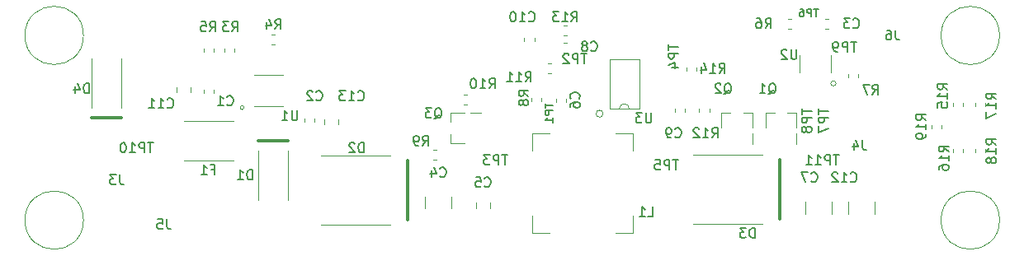
<source format=gbr>
%TF.GenerationSoftware,KiCad,Pcbnew,(5.1.6)-1*%
%TF.CreationDate,2020-08-13T11:00:50+03:00*%
%TF.ProjectId,Rechargeable 5V power bank REV 0.53,52656368-6172-4676-9561-626c65203556,rev?*%
%TF.SameCoordinates,Original*%
%TF.FileFunction,Legend,Bot*%
%TF.FilePolarity,Positive*%
%FSLAX46Y46*%
G04 Gerber Fmt 4.6, Leading zero omitted, Abs format (unit mm)*
G04 Created by KiCad (PCBNEW (5.1.6)-1) date 2020-08-13 11:00:50*
%MOMM*%
%LPD*%
G01*
G04 APERTURE LIST*
%ADD10C,0.120000*%
%ADD11C,0.300000*%
%ADD12C,0.150000*%
G04 APERTURE END LIST*
D10*
%TO.C,C13*%
X102110000Y-71638748D02*
X102110000Y-72161252D01*
X100690000Y-71638748D02*
X100690000Y-72161252D01*
%TO.C,C11*%
X85590000Y-68861252D02*
X85590000Y-68338748D01*
X87010000Y-68861252D02*
X87010000Y-68338748D01*
%TO.C,U1*%
X95000000Y-70260000D02*
X93476000Y-70260000D01*
X95000000Y-70260000D02*
X96500000Y-70260000D01*
X95000000Y-67040000D02*
X93500000Y-67040000D01*
X95000000Y-67040000D02*
X96500000Y-67040000D01*
X92470305Y-70428000D02*
G75*
G03*
X92470305Y-70428000I-200805J0D01*
G01*
%TO.C,C12*%
X157160000Y-80135436D02*
X157160000Y-81339564D01*
X154440000Y-80135436D02*
X154440000Y-81339564D01*
%TO.C,MH4*%
X170000000Y-82000000D02*
G75*
G03*
X170000000Y-82000000I-3000000J0D01*
G01*
%TO.C,MH3*%
X170000000Y-63000000D02*
G75*
G03*
X170000000Y-63000000I-3000000J0D01*
G01*
%TO.C,MH2*%
X76000000Y-82000000D02*
G75*
G03*
X76000000Y-82000000I-3000000J0D01*
G01*
%TO.C,MH1*%
X76000000Y-63000000D02*
G75*
G03*
X76000000Y-63000000I-3000000J0D01*
G01*
%TO.C,U3*%
X129319210Y-71048000D02*
G75*
G03*
X129319210Y-71048000I-359210J0D01*
G01*
X133024000Y-70540000D02*
X133024000Y-65460000D01*
X133024000Y-65460000D02*
X129976000Y-65460000D01*
X129976000Y-65460000D02*
X129976000Y-70540000D01*
X129976000Y-70540000D02*
X133024000Y-70540000D01*
X132008000Y-70540000D02*
G75*
G03*
X130992000Y-70540000I-508000J0D01*
G01*
%TO.C,U2*%
X153224408Y-67933907D02*
G75*
G03*
X153224408Y-67933907I-269408J0D01*
G01*
X149440000Y-66850000D02*
X149440000Y-65050000D01*
X152660000Y-65050000D02*
X152660000Y-66839000D01*
%TO.C,R19*%
X164010000Y-72203733D02*
X164010000Y-72546267D01*
X162990000Y-72203733D02*
X162990000Y-72546267D01*
%TO.C,R18*%
X167490000Y-75046267D02*
X167490000Y-74703733D01*
X168510000Y-75046267D02*
X168510000Y-74703733D01*
%TO.C,R17*%
X168510000Y-69953733D02*
X168510000Y-70296267D01*
X167490000Y-69953733D02*
X167490000Y-70296267D01*
%TO.C,R16*%
X166260000Y-74703733D02*
X166260000Y-75046267D01*
X165240000Y-74703733D02*
X165240000Y-75046267D01*
%TO.C,R15*%
X165240000Y-70296267D02*
X165240000Y-69953733D01*
X166260000Y-70296267D02*
X166260000Y-69953733D01*
%TO.C,R14*%
X138910000Y-66303733D02*
X138910000Y-66646267D01*
X137890000Y-66303733D02*
X137890000Y-66646267D01*
%TO.C,R13*%
X125596267Y-63010000D02*
X125253733Y-63010000D01*
X125596267Y-61990000D02*
X125253733Y-61990000D01*
%TO.C,R12*%
X139190000Y-70846267D02*
X139190000Y-70503733D01*
X140210000Y-70846267D02*
X140210000Y-70503733D01*
%TO.C,R11*%
X123653733Y-65890000D02*
X123996267Y-65890000D01*
X123653733Y-66910000D02*
X123996267Y-66910000D01*
%TO.C,R10*%
X115003733Y-69090000D02*
X115346267Y-69090000D01*
X115003733Y-70110000D02*
X115346267Y-70110000D01*
%TO.C,R9*%
X112196267Y-75810000D02*
X111853733Y-75810000D01*
X112196267Y-74790000D02*
X111853733Y-74790000D01*
%TO.C,R8*%
X121940000Y-69796267D02*
X121940000Y-69453733D01*
X122960000Y-69796267D02*
X122960000Y-69453733D01*
%TO.C,R7*%
X155510000Y-66953733D02*
X155510000Y-67296267D01*
X154490000Y-66953733D02*
X154490000Y-67296267D01*
%TO.C,R6*%
X148671267Y-62310000D02*
X148328733Y-62310000D01*
X148671267Y-61290000D02*
X148328733Y-61290000D01*
%TO.C,R5*%
X88340000Y-64671267D02*
X88340000Y-64328733D01*
X89360000Y-64671267D02*
X89360000Y-64328733D01*
%TO.C,R4*%
X95328733Y-62890000D02*
X95671267Y-62890000D01*
X95328733Y-63910000D02*
X95671267Y-63910000D01*
%TO.C,R3*%
X90490000Y-64671267D02*
X90490000Y-64328733D01*
X91510000Y-64671267D02*
X91510000Y-64328733D01*
%TO.C,Q3*%
X115733500Y-70962500D02*
X116813000Y-70970000D01*
X113640000Y-74130000D02*
X113640000Y-73200000D01*
X113640000Y-70970000D02*
X113640000Y-71900000D01*
X113640000Y-70970000D02*
X115098500Y-70970000D01*
X113640000Y-74130000D02*
X115100000Y-74130000D01*
%TO.C,Q2*%
X144637500Y-73083500D02*
X144630000Y-74163000D01*
X141470000Y-70990000D02*
X142400000Y-70990000D01*
X144630000Y-70990000D02*
X143700000Y-70990000D01*
X144630000Y-70990000D02*
X144630000Y-72448500D01*
X141470000Y-70990000D02*
X141470000Y-72450000D01*
%TO.C,Q1*%
X149137500Y-73083500D02*
X149130000Y-74163000D01*
X145970000Y-70990000D02*
X146900000Y-70990000D01*
X149130000Y-70990000D02*
X148200000Y-70990000D01*
X149130000Y-70990000D02*
X149130000Y-72448500D01*
X145970000Y-70990000D02*
X145970000Y-72450000D01*
%TO.C,L1*%
X132360000Y-83360000D02*
X130582000Y-83360000D01*
X132360000Y-83360000D02*
X132360000Y-81582000D01*
X132360000Y-73040000D02*
X132360000Y-74818000D01*
X132360000Y-73040000D02*
X130582000Y-73040000D01*
X122040000Y-73040000D02*
X123818000Y-73040000D01*
X122040000Y-73040000D02*
X122040000Y-74818000D01*
X122040000Y-83360000D02*
X122040000Y-81582000D01*
X122040000Y-83360000D02*
X123818000Y-83360000D01*
%TO.C,F1*%
X86335000Y-75832000D02*
X91415000Y-75832000D01*
X86335000Y-71768000D02*
X91415000Y-71768000D01*
D11*
%TO.C,D4*%
X79924000Y-71456000D02*
X76876000Y-71456000D01*
D10*
X76876000Y-70440000D02*
X76876000Y-65360000D01*
X79924000Y-70440000D02*
X79924000Y-65360000D01*
%TO.C,D3*%
X138544000Y-75244000D02*
X145656000Y-75244000D01*
X138544000Y-82356000D02*
X145656000Y-82356000D01*
D11*
X147434000Y-75752000D02*
X147434000Y-81848000D01*
D10*
%TO.C,D2*%
X100344000Y-75344000D02*
X107456000Y-75344000D01*
X100344000Y-82456000D02*
X107456000Y-82456000D01*
D11*
X109234000Y-75852000D02*
X109234000Y-81948000D01*
%TO.C,D1*%
X93976000Y-73844000D02*
X97024000Y-73844000D01*
D10*
X97024000Y-74860000D02*
X97024000Y-79940000D01*
X93976000Y-74860000D02*
X93976000Y-79940000D01*
%TO.C,C10*%
X122260000Y-63253733D02*
X122260000Y-63596267D01*
X121240000Y-63253733D02*
X121240000Y-63596267D01*
%TO.C,C9*%
X137710000Y-70503733D02*
X137710000Y-70846267D01*
X136690000Y-70503733D02*
X136690000Y-70846267D01*
%TO.C,C8*%
X125596267Y-64810000D02*
X125253733Y-64810000D01*
X125596267Y-63790000D02*
X125253733Y-63790000D01*
%TO.C,C7*%
X152760000Y-80135436D02*
X152760000Y-81339564D01*
X150040000Y-80135436D02*
X150040000Y-81339564D01*
%TO.C,C6*%
X124540000Y-69821267D02*
X124540000Y-69478733D01*
X125560000Y-69821267D02*
X125560000Y-69478733D01*
%TO.C,C5*%
X117710000Y-80213748D02*
X117710000Y-80736252D01*
X116290000Y-80213748D02*
X116290000Y-80736252D01*
%TO.C,C4*%
X113760000Y-79597936D02*
X113760000Y-80802064D01*
X111040000Y-79597936D02*
X111040000Y-80802064D01*
%TO.C,C3*%
X152103733Y-61290000D02*
X152446267Y-61290000D01*
X152103733Y-62310000D02*
X152446267Y-62310000D01*
%TO.C,C2*%
X98690000Y-71871267D02*
X98690000Y-71528733D01*
X99710000Y-71871267D02*
X99710000Y-71528733D01*
%TO.C,C1*%
X88340000Y-68896267D02*
X88340000Y-68553733D01*
X89360000Y-68896267D02*
X89360000Y-68553733D01*
%TO.C,C13*%
D12*
X104170857Y-69609142D02*
X104218476Y-69656761D01*
X104361333Y-69704380D01*
X104456571Y-69704380D01*
X104599428Y-69656761D01*
X104694666Y-69561523D01*
X104742285Y-69466285D01*
X104789904Y-69275809D01*
X104789904Y-69132952D01*
X104742285Y-68942476D01*
X104694666Y-68847238D01*
X104599428Y-68752000D01*
X104456571Y-68704380D01*
X104361333Y-68704380D01*
X104218476Y-68752000D01*
X104170857Y-68799619D01*
X103218476Y-69704380D02*
X103789904Y-69704380D01*
X103504190Y-69704380D02*
X103504190Y-68704380D01*
X103599428Y-68847238D01*
X103694666Y-68942476D01*
X103789904Y-68990095D01*
X102885142Y-68704380D02*
X102266095Y-68704380D01*
X102599428Y-69085333D01*
X102456571Y-69085333D01*
X102361333Y-69132952D01*
X102313714Y-69180571D01*
X102266095Y-69275809D01*
X102266095Y-69513904D01*
X102313714Y-69609142D01*
X102361333Y-69656761D01*
X102456571Y-69704380D01*
X102742285Y-69704380D01*
X102837523Y-69656761D01*
X102885142Y-69609142D01*
%TO.C,C11*%
X84612857Y-70371142D02*
X84660476Y-70418761D01*
X84803333Y-70466380D01*
X84898571Y-70466380D01*
X85041428Y-70418761D01*
X85136666Y-70323523D01*
X85184285Y-70228285D01*
X85231904Y-70037809D01*
X85231904Y-69894952D01*
X85184285Y-69704476D01*
X85136666Y-69609238D01*
X85041428Y-69514000D01*
X84898571Y-69466380D01*
X84803333Y-69466380D01*
X84660476Y-69514000D01*
X84612857Y-69561619D01*
X83660476Y-70466380D02*
X84231904Y-70466380D01*
X83946190Y-70466380D02*
X83946190Y-69466380D01*
X84041428Y-69609238D01*
X84136666Y-69704476D01*
X84231904Y-69752095D01*
X82708095Y-70466380D02*
X83279523Y-70466380D01*
X82993809Y-70466380D02*
X82993809Y-69466380D01*
X83089047Y-69609238D01*
X83184285Y-69704476D01*
X83279523Y-69752095D01*
%TO.C,U1*%
X97939904Y-70736380D02*
X97939904Y-71545904D01*
X97892285Y-71641142D01*
X97844666Y-71688761D01*
X97749428Y-71736380D01*
X97558952Y-71736380D01*
X97463714Y-71688761D01*
X97416095Y-71641142D01*
X97368476Y-71545904D01*
X97368476Y-70736380D01*
X96368476Y-71736380D02*
X96939904Y-71736380D01*
X96654190Y-71736380D02*
X96654190Y-70736380D01*
X96749428Y-70879238D01*
X96844666Y-70974476D01*
X96939904Y-71022095D01*
%TO.C,C12*%
X154716857Y-77991142D02*
X154764476Y-78038761D01*
X154907333Y-78086380D01*
X155002571Y-78086380D01*
X155145428Y-78038761D01*
X155240666Y-77943523D01*
X155288285Y-77848285D01*
X155335904Y-77657809D01*
X155335904Y-77514952D01*
X155288285Y-77324476D01*
X155240666Y-77229238D01*
X155145428Y-77134000D01*
X155002571Y-77086380D01*
X154907333Y-77086380D01*
X154764476Y-77134000D01*
X154716857Y-77181619D01*
X153764476Y-78086380D02*
X154335904Y-78086380D01*
X154050190Y-78086380D02*
X154050190Y-77086380D01*
X154145428Y-77229238D01*
X154240666Y-77324476D01*
X154335904Y-77372095D01*
X153383523Y-77181619D02*
X153335904Y-77134000D01*
X153240666Y-77086380D01*
X153002571Y-77086380D01*
X152907333Y-77134000D01*
X152859714Y-77181619D01*
X152812095Y-77276857D01*
X152812095Y-77372095D01*
X152859714Y-77514952D01*
X153431142Y-78086380D01*
X152812095Y-78086380D01*
%TO.C,U3*%
X134261904Y-70990380D02*
X134261904Y-71799904D01*
X134214285Y-71895142D01*
X134166666Y-71942761D01*
X134071428Y-71990380D01*
X133880952Y-71990380D01*
X133785714Y-71942761D01*
X133738095Y-71895142D01*
X133690476Y-71799904D01*
X133690476Y-70990380D01*
X133309523Y-70990380D02*
X132690476Y-70990380D01*
X133023809Y-71371333D01*
X132880952Y-71371333D01*
X132785714Y-71418952D01*
X132738095Y-71466571D01*
X132690476Y-71561809D01*
X132690476Y-71799904D01*
X132738095Y-71895142D01*
X132785714Y-71942761D01*
X132880952Y-71990380D01*
X133166666Y-71990380D01*
X133261904Y-71942761D01*
X133309523Y-71895142D01*
%TO.C,U2*%
X149161904Y-64452380D02*
X149161904Y-65261904D01*
X149114285Y-65357142D01*
X149066666Y-65404761D01*
X148971428Y-65452380D01*
X148780952Y-65452380D01*
X148685714Y-65404761D01*
X148638095Y-65357142D01*
X148590476Y-65261904D01*
X148590476Y-64452380D01*
X148161904Y-64547619D02*
X148114285Y-64500000D01*
X148019047Y-64452380D01*
X147780952Y-64452380D01*
X147685714Y-64500000D01*
X147638095Y-64547619D01*
X147590476Y-64642857D01*
X147590476Y-64738095D01*
X147638095Y-64880952D01*
X148209523Y-65452380D01*
X147590476Y-65452380D01*
%TO.C,TP11*%
X153526095Y-75308380D02*
X152954666Y-75308380D01*
X153240380Y-76308380D02*
X153240380Y-75308380D01*
X152621333Y-76308380D02*
X152621333Y-75308380D01*
X152240380Y-75308380D01*
X152145142Y-75356000D01*
X152097523Y-75403619D01*
X152049904Y-75498857D01*
X152049904Y-75641714D01*
X152097523Y-75736952D01*
X152145142Y-75784571D01*
X152240380Y-75832190D01*
X152621333Y-75832190D01*
X151097523Y-76308380D02*
X151668952Y-76308380D01*
X151383238Y-76308380D02*
X151383238Y-75308380D01*
X151478476Y-75451238D01*
X151573714Y-75546476D01*
X151668952Y-75594095D01*
X150145142Y-76308380D02*
X150716571Y-76308380D01*
X150430857Y-76308380D02*
X150430857Y-75308380D01*
X150526095Y-75451238D01*
X150621333Y-75546476D01*
X150716571Y-75594095D01*
%TO.C,TP10*%
X83168095Y-74038380D02*
X82596666Y-74038380D01*
X82882380Y-75038380D02*
X82882380Y-74038380D01*
X82263333Y-75038380D02*
X82263333Y-74038380D01*
X81882380Y-74038380D01*
X81787142Y-74086000D01*
X81739523Y-74133619D01*
X81691904Y-74228857D01*
X81691904Y-74371714D01*
X81739523Y-74466952D01*
X81787142Y-74514571D01*
X81882380Y-74562190D01*
X82263333Y-74562190D01*
X80739523Y-75038380D02*
X81310952Y-75038380D01*
X81025238Y-75038380D02*
X81025238Y-74038380D01*
X81120476Y-74181238D01*
X81215714Y-74276476D01*
X81310952Y-74324095D01*
X80120476Y-74038380D02*
X80025238Y-74038380D01*
X79930000Y-74086000D01*
X79882380Y-74133619D01*
X79834761Y-74228857D01*
X79787142Y-74419333D01*
X79787142Y-74657428D01*
X79834761Y-74847904D01*
X79882380Y-74943142D01*
X79930000Y-74990761D01*
X80025238Y-75038380D01*
X80120476Y-75038380D01*
X80215714Y-74990761D01*
X80263333Y-74943142D01*
X80310952Y-74847904D01*
X80358571Y-74657428D01*
X80358571Y-74419333D01*
X80310952Y-74228857D01*
X80263333Y-74133619D01*
X80215714Y-74086000D01*
X80120476Y-74038380D01*
%TO.C,TP9*%
X155315904Y-63683880D02*
X154744476Y-63683880D01*
X155030190Y-64683880D02*
X155030190Y-63683880D01*
X154411142Y-64683880D02*
X154411142Y-63683880D01*
X154030190Y-63683880D01*
X153934952Y-63731500D01*
X153887333Y-63779119D01*
X153839714Y-63874357D01*
X153839714Y-64017214D01*
X153887333Y-64112452D01*
X153934952Y-64160071D01*
X154030190Y-64207690D01*
X154411142Y-64207690D01*
X153363523Y-64683880D02*
X153173047Y-64683880D01*
X153077809Y-64636261D01*
X153030190Y-64588642D01*
X152934952Y-64445785D01*
X152887333Y-64255309D01*
X152887333Y-63874357D01*
X152934952Y-63779119D01*
X152982571Y-63731500D01*
X153077809Y-63683880D01*
X153268285Y-63683880D01*
X153363523Y-63731500D01*
X153411142Y-63779119D01*
X153458761Y-63874357D01*
X153458761Y-64112452D01*
X153411142Y-64207690D01*
X153363523Y-64255309D01*
X153268285Y-64302928D01*
X153077809Y-64302928D01*
X152982571Y-64255309D01*
X152934952Y-64207690D01*
X152887333Y-64112452D01*
%TO.C,TP8*%
X149716380Y-70530095D02*
X149716380Y-71101523D01*
X150716380Y-70815809D02*
X149716380Y-70815809D01*
X150716380Y-71434857D02*
X149716380Y-71434857D01*
X149716380Y-71815809D01*
X149764000Y-71911047D01*
X149811619Y-71958666D01*
X149906857Y-72006285D01*
X150049714Y-72006285D01*
X150144952Y-71958666D01*
X150192571Y-71911047D01*
X150240190Y-71815809D01*
X150240190Y-71434857D01*
X150144952Y-72577714D02*
X150097333Y-72482476D01*
X150049714Y-72434857D01*
X149954476Y-72387238D01*
X149906857Y-72387238D01*
X149811619Y-72434857D01*
X149764000Y-72482476D01*
X149716380Y-72577714D01*
X149716380Y-72768190D01*
X149764000Y-72863428D01*
X149811619Y-72911047D01*
X149906857Y-72958666D01*
X149954476Y-72958666D01*
X150049714Y-72911047D01*
X150097333Y-72863428D01*
X150144952Y-72768190D01*
X150144952Y-72577714D01*
X150192571Y-72482476D01*
X150240190Y-72434857D01*
X150335428Y-72387238D01*
X150525904Y-72387238D01*
X150621142Y-72434857D01*
X150668761Y-72482476D01*
X150716380Y-72577714D01*
X150716380Y-72768190D01*
X150668761Y-72863428D01*
X150621142Y-72911047D01*
X150525904Y-72958666D01*
X150335428Y-72958666D01*
X150240190Y-72911047D01*
X150192571Y-72863428D01*
X150144952Y-72768190D01*
%TO.C,TP7*%
X151452380Y-70538095D02*
X151452380Y-71109523D01*
X152452380Y-70823809D02*
X151452380Y-70823809D01*
X152452380Y-71442857D02*
X151452380Y-71442857D01*
X151452380Y-71823809D01*
X151500000Y-71919047D01*
X151547619Y-71966666D01*
X151642857Y-72014285D01*
X151785714Y-72014285D01*
X151880952Y-71966666D01*
X151928571Y-71919047D01*
X151976190Y-71823809D01*
X151976190Y-71442857D01*
X151452380Y-72347619D02*
X151452380Y-73014285D01*
X152452380Y-72585714D01*
%TO.C,TP6*%
X151409523Y-60261904D02*
X150952380Y-60261904D01*
X151180952Y-61061904D02*
X151180952Y-60261904D01*
X150685714Y-61061904D02*
X150685714Y-60261904D01*
X150380952Y-60261904D01*
X150304761Y-60300000D01*
X150266666Y-60338095D01*
X150228571Y-60414285D01*
X150228571Y-60528571D01*
X150266666Y-60604761D01*
X150304761Y-60642857D01*
X150380952Y-60680952D01*
X150685714Y-60680952D01*
X149542857Y-60261904D02*
X149695238Y-60261904D01*
X149771428Y-60300000D01*
X149809523Y-60338095D01*
X149885714Y-60452380D01*
X149923809Y-60604761D01*
X149923809Y-60909523D01*
X149885714Y-60985714D01*
X149847619Y-61023809D01*
X149771428Y-61061904D01*
X149619047Y-61061904D01*
X149542857Y-61023809D01*
X149504761Y-60985714D01*
X149466666Y-60909523D01*
X149466666Y-60719047D01*
X149504761Y-60642857D01*
X149542857Y-60604761D01*
X149619047Y-60566666D01*
X149771428Y-60566666D01*
X149847619Y-60604761D01*
X149885714Y-60642857D01*
X149923809Y-60719047D01*
%TO.C,TP5*%
X137047904Y-75816380D02*
X136476476Y-75816380D01*
X136762190Y-76816380D02*
X136762190Y-75816380D01*
X136143142Y-76816380D02*
X136143142Y-75816380D01*
X135762190Y-75816380D01*
X135666952Y-75864000D01*
X135619333Y-75911619D01*
X135571714Y-76006857D01*
X135571714Y-76149714D01*
X135619333Y-76244952D01*
X135666952Y-76292571D01*
X135762190Y-76340190D01*
X136143142Y-76340190D01*
X134666952Y-75816380D02*
X135143142Y-75816380D01*
X135190761Y-76292571D01*
X135143142Y-76244952D01*
X135047904Y-76197333D01*
X134809809Y-76197333D01*
X134714571Y-76244952D01*
X134666952Y-76292571D01*
X134619333Y-76387809D01*
X134619333Y-76625904D01*
X134666952Y-76721142D01*
X134714571Y-76768761D01*
X134809809Y-76816380D01*
X135047904Y-76816380D01*
X135143142Y-76768761D01*
X135190761Y-76721142D01*
%TO.C,TP4*%
X136052380Y-63938095D02*
X136052380Y-64509523D01*
X137052380Y-64223809D02*
X136052380Y-64223809D01*
X137052380Y-64842857D02*
X136052380Y-64842857D01*
X136052380Y-65223809D01*
X136100000Y-65319047D01*
X136147619Y-65366666D01*
X136242857Y-65414285D01*
X136385714Y-65414285D01*
X136480952Y-65366666D01*
X136528571Y-65319047D01*
X136576190Y-65223809D01*
X136576190Y-64842857D01*
X136385714Y-66271428D02*
X137052380Y-66271428D01*
X136004761Y-66033333D02*
X136719047Y-65795238D01*
X136719047Y-66414285D01*
%TO.C,TP3*%
X119521904Y-75308380D02*
X118950476Y-75308380D01*
X119236190Y-76308380D02*
X119236190Y-75308380D01*
X118617142Y-76308380D02*
X118617142Y-75308380D01*
X118236190Y-75308380D01*
X118140952Y-75356000D01*
X118093333Y-75403619D01*
X118045714Y-75498857D01*
X118045714Y-75641714D01*
X118093333Y-75736952D01*
X118140952Y-75784571D01*
X118236190Y-75832190D01*
X118617142Y-75832190D01*
X117712380Y-75308380D02*
X117093333Y-75308380D01*
X117426666Y-75689333D01*
X117283809Y-75689333D01*
X117188571Y-75736952D01*
X117140952Y-75784571D01*
X117093333Y-75879809D01*
X117093333Y-76117904D01*
X117140952Y-76213142D01*
X117188571Y-76260761D01*
X117283809Y-76308380D01*
X117569523Y-76308380D01*
X117664761Y-76260761D01*
X117712380Y-76213142D01*
%TO.C,TP2*%
X127649904Y-64894380D02*
X127078476Y-64894380D01*
X127364190Y-65894380D02*
X127364190Y-64894380D01*
X126745142Y-65894380D02*
X126745142Y-64894380D01*
X126364190Y-64894380D01*
X126268952Y-64942000D01*
X126221333Y-64989619D01*
X126173714Y-65084857D01*
X126173714Y-65227714D01*
X126221333Y-65322952D01*
X126268952Y-65370571D01*
X126364190Y-65418190D01*
X126745142Y-65418190D01*
X125792761Y-64989619D02*
X125745142Y-64942000D01*
X125649904Y-64894380D01*
X125411809Y-64894380D01*
X125316571Y-64942000D01*
X125268952Y-64989619D01*
X125221333Y-65084857D01*
X125221333Y-65180095D01*
X125268952Y-65322952D01*
X125840380Y-65894380D01*
X125221333Y-65894380D01*
%TO.C,TP1*%
X123361904Y-69990476D02*
X123361904Y-70447619D01*
X124161904Y-70219047D02*
X123361904Y-70219047D01*
X124161904Y-70714285D02*
X123361904Y-70714285D01*
X123361904Y-71019047D01*
X123400000Y-71095238D01*
X123438095Y-71133333D01*
X123514285Y-71171428D01*
X123628571Y-71171428D01*
X123704761Y-71133333D01*
X123742857Y-71095238D01*
X123780952Y-71019047D01*
X123780952Y-70714285D01*
X124161904Y-71933333D02*
X124161904Y-71476190D01*
X124161904Y-71704761D02*
X123361904Y-71704761D01*
X123476190Y-71628571D01*
X123552380Y-71552380D01*
X123590476Y-71476190D01*
%TO.C,R19*%
X162452380Y-71732142D02*
X161976190Y-71398809D01*
X162452380Y-71160714D02*
X161452380Y-71160714D01*
X161452380Y-71541666D01*
X161500000Y-71636904D01*
X161547619Y-71684523D01*
X161642857Y-71732142D01*
X161785714Y-71732142D01*
X161880952Y-71684523D01*
X161928571Y-71636904D01*
X161976190Y-71541666D01*
X161976190Y-71160714D01*
X162452380Y-72684523D02*
X162452380Y-72113095D01*
X162452380Y-72398809D02*
X161452380Y-72398809D01*
X161595238Y-72303571D01*
X161690476Y-72208333D01*
X161738095Y-72113095D01*
X162452380Y-73160714D02*
X162452380Y-73351190D01*
X162404761Y-73446428D01*
X162357142Y-73494047D01*
X162214285Y-73589285D01*
X162023809Y-73636904D01*
X161642857Y-73636904D01*
X161547619Y-73589285D01*
X161500000Y-73541666D01*
X161452380Y-73446428D01*
X161452380Y-73255952D01*
X161500000Y-73160714D01*
X161547619Y-73113095D01*
X161642857Y-73065476D01*
X161880952Y-73065476D01*
X161976190Y-73113095D01*
X162023809Y-73160714D01*
X162071428Y-73255952D01*
X162071428Y-73446428D01*
X162023809Y-73541666D01*
X161976190Y-73589285D01*
X161880952Y-73636904D01*
%TO.C,R18*%
X169652380Y-74232142D02*
X169176190Y-73898809D01*
X169652380Y-73660714D02*
X168652380Y-73660714D01*
X168652380Y-74041666D01*
X168700000Y-74136904D01*
X168747619Y-74184523D01*
X168842857Y-74232142D01*
X168985714Y-74232142D01*
X169080952Y-74184523D01*
X169128571Y-74136904D01*
X169176190Y-74041666D01*
X169176190Y-73660714D01*
X169652380Y-75184523D02*
X169652380Y-74613095D01*
X169652380Y-74898809D02*
X168652380Y-74898809D01*
X168795238Y-74803571D01*
X168890476Y-74708333D01*
X168938095Y-74613095D01*
X169080952Y-75755952D02*
X169033333Y-75660714D01*
X168985714Y-75613095D01*
X168890476Y-75565476D01*
X168842857Y-75565476D01*
X168747619Y-75613095D01*
X168700000Y-75660714D01*
X168652380Y-75755952D01*
X168652380Y-75946428D01*
X168700000Y-76041666D01*
X168747619Y-76089285D01*
X168842857Y-76136904D01*
X168890476Y-76136904D01*
X168985714Y-76089285D01*
X169033333Y-76041666D01*
X169080952Y-75946428D01*
X169080952Y-75755952D01*
X169128571Y-75660714D01*
X169176190Y-75613095D01*
X169271428Y-75565476D01*
X169461904Y-75565476D01*
X169557142Y-75613095D01*
X169604761Y-75660714D01*
X169652380Y-75755952D01*
X169652380Y-75946428D01*
X169604761Y-76041666D01*
X169557142Y-76089285D01*
X169461904Y-76136904D01*
X169271428Y-76136904D01*
X169176190Y-76089285D01*
X169128571Y-76041666D01*
X169080952Y-75946428D01*
%TO.C,R17*%
X169652380Y-69557142D02*
X169176190Y-69223809D01*
X169652380Y-68985714D02*
X168652380Y-68985714D01*
X168652380Y-69366666D01*
X168700000Y-69461904D01*
X168747619Y-69509523D01*
X168842857Y-69557142D01*
X168985714Y-69557142D01*
X169080952Y-69509523D01*
X169128571Y-69461904D01*
X169176190Y-69366666D01*
X169176190Y-68985714D01*
X169652380Y-70509523D02*
X169652380Y-69938095D01*
X169652380Y-70223809D02*
X168652380Y-70223809D01*
X168795238Y-70128571D01*
X168890476Y-70033333D01*
X168938095Y-69938095D01*
X168652380Y-70842857D02*
X168652380Y-71509523D01*
X169652380Y-71080952D01*
%TO.C,R16*%
X164772380Y-74957142D02*
X164296190Y-74623809D01*
X164772380Y-74385714D02*
X163772380Y-74385714D01*
X163772380Y-74766666D01*
X163820000Y-74861904D01*
X163867619Y-74909523D01*
X163962857Y-74957142D01*
X164105714Y-74957142D01*
X164200952Y-74909523D01*
X164248571Y-74861904D01*
X164296190Y-74766666D01*
X164296190Y-74385714D01*
X164772380Y-75909523D02*
X164772380Y-75338095D01*
X164772380Y-75623809D02*
X163772380Y-75623809D01*
X163915238Y-75528571D01*
X164010476Y-75433333D01*
X164058095Y-75338095D01*
X163772380Y-76766666D02*
X163772380Y-76576190D01*
X163820000Y-76480952D01*
X163867619Y-76433333D01*
X164010476Y-76338095D01*
X164200952Y-76290476D01*
X164581904Y-76290476D01*
X164677142Y-76338095D01*
X164724761Y-76385714D01*
X164772380Y-76480952D01*
X164772380Y-76671428D01*
X164724761Y-76766666D01*
X164677142Y-76814285D01*
X164581904Y-76861904D01*
X164343809Y-76861904D01*
X164248571Y-76814285D01*
X164200952Y-76766666D01*
X164153333Y-76671428D01*
X164153333Y-76480952D01*
X164200952Y-76385714D01*
X164248571Y-76338095D01*
X164343809Y-76290476D01*
%TO.C,R15*%
X164652380Y-68557142D02*
X164176190Y-68223809D01*
X164652380Y-67985714D02*
X163652380Y-67985714D01*
X163652380Y-68366666D01*
X163700000Y-68461904D01*
X163747619Y-68509523D01*
X163842857Y-68557142D01*
X163985714Y-68557142D01*
X164080952Y-68509523D01*
X164128571Y-68461904D01*
X164176190Y-68366666D01*
X164176190Y-67985714D01*
X164652380Y-69509523D02*
X164652380Y-68938095D01*
X164652380Y-69223809D02*
X163652380Y-69223809D01*
X163795238Y-69128571D01*
X163890476Y-69033333D01*
X163938095Y-68938095D01*
X163652380Y-70414285D02*
X163652380Y-69938095D01*
X164128571Y-69890476D01*
X164080952Y-69938095D01*
X164033333Y-70033333D01*
X164033333Y-70271428D01*
X164080952Y-70366666D01*
X164128571Y-70414285D01*
X164223809Y-70461904D01*
X164461904Y-70461904D01*
X164557142Y-70414285D01*
X164604761Y-70366666D01*
X164652380Y-70271428D01*
X164652380Y-70033333D01*
X164604761Y-69938095D01*
X164557142Y-69890476D01*
%TO.C,R14*%
X141242857Y-66852380D02*
X141576190Y-66376190D01*
X141814285Y-66852380D02*
X141814285Y-65852380D01*
X141433333Y-65852380D01*
X141338095Y-65900000D01*
X141290476Y-65947619D01*
X141242857Y-66042857D01*
X141242857Y-66185714D01*
X141290476Y-66280952D01*
X141338095Y-66328571D01*
X141433333Y-66376190D01*
X141814285Y-66376190D01*
X140290476Y-66852380D02*
X140861904Y-66852380D01*
X140576190Y-66852380D02*
X140576190Y-65852380D01*
X140671428Y-65995238D01*
X140766666Y-66090476D01*
X140861904Y-66138095D01*
X139433333Y-66185714D02*
X139433333Y-66852380D01*
X139671428Y-65804761D02*
X139909523Y-66519047D01*
X139290476Y-66519047D01*
%TO.C,R13*%
X126067857Y-61576380D02*
X126401190Y-61100190D01*
X126639285Y-61576380D02*
X126639285Y-60576380D01*
X126258333Y-60576380D01*
X126163095Y-60624000D01*
X126115476Y-60671619D01*
X126067857Y-60766857D01*
X126067857Y-60909714D01*
X126115476Y-61004952D01*
X126163095Y-61052571D01*
X126258333Y-61100190D01*
X126639285Y-61100190D01*
X125115476Y-61576380D02*
X125686904Y-61576380D01*
X125401190Y-61576380D02*
X125401190Y-60576380D01*
X125496428Y-60719238D01*
X125591666Y-60814476D01*
X125686904Y-60862095D01*
X124782142Y-60576380D02*
X124163095Y-60576380D01*
X124496428Y-60957333D01*
X124353571Y-60957333D01*
X124258333Y-61004952D01*
X124210714Y-61052571D01*
X124163095Y-61147809D01*
X124163095Y-61385904D01*
X124210714Y-61481142D01*
X124258333Y-61528761D01*
X124353571Y-61576380D01*
X124639285Y-61576380D01*
X124734523Y-61528761D01*
X124782142Y-61481142D01*
%TO.C,R12*%
X140492857Y-73514380D02*
X140826190Y-73038190D01*
X141064285Y-73514380D02*
X141064285Y-72514380D01*
X140683333Y-72514380D01*
X140588095Y-72562000D01*
X140540476Y-72609619D01*
X140492857Y-72704857D01*
X140492857Y-72847714D01*
X140540476Y-72942952D01*
X140588095Y-72990571D01*
X140683333Y-73038190D01*
X141064285Y-73038190D01*
X139540476Y-73514380D02*
X140111904Y-73514380D01*
X139826190Y-73514380D02*
X139826190Y-72514380D01*
X139921428Y-72657238D01*
X140016666Y-72752476D01*
X140111904Y-72800095D01*
X139159523Y-72609619D02*
X139111904Y-72562000D01*
X139016666Y-72514380D01*
X138778571Y-72514380D01*
X138683333Y-72562000D01*
X138635714Y-72609619D01*
X138588095Y-72704857D01*
X138588095Y-72800095D01*
X138635714Y-72942952D01*
X139207142Y-73514380D01*
X138588095Y-73514380D01*
%TO.C,R11*%
X121342857Y-67752380D02*
X121676190Y-67276190D01*
X121914285Y-67752380D02*
X121914285Y-66752380D01*
X121533333Y-66752380D01*
X121438095Y-66800000D01*
X121390476Y-66847619D01*
X121342857Y-66942857D01*
X121342857Y-67085714D01*
X121390476Y-67180952D01*
X121438095Y-67228571D01*
X121533333Y-67276190D01*
X121914285Y-67276190D01*
X120390476Y-67752380D02*
X120961904Y-67752380D01*
X120676190Y-67752380D02*
X120676190Y-66752380D01*
X120771428Y-66895238D01*
X120866666Y-66990476D01*
X120961904Y-67038095D01*
X119438095Y-67752380D02*
X120009523Y-67752380D01*
X119723809Y-67752380D02*
X119723809Y-66752380D01*
X119819047Y-66895238D01*
X119914285Y-66990476D01*
X120009523Y-67038095D01*
%TO.C,R10*%
X117632857Y-68434380D02*
X117966190Y-67958190D01*
X118204285Y-68434380D02*
X118204285Y-67434380D01*
X117823333Y-67434380D01*
X117728095Y-67482000D01*
X117680476Y-67529619D01*
X117632857Y-67624857D01*
X117632857Y-67767714D01*
X117680476Y-67862952D01*
X117728095Y-67910571D01*
X117823333Y-67958190D01*
X118204285Y-67958190D01*
X116680476Y-68434380D02*
X117251904Y-68434380D01*
X116966190Y-68434380D02*
X116966190Y-67434380D01*
X117061428Y-67577238D01*
X117156666Y-67672476D01*
X117251904Y-67720095D01*
X116061428Y-67434380D02*
X115966190Y-67434380D01*
X115870952Y-67482000D01*
X115823333Y-67529619D01*
X115775714Y-67624857D01*
X115728095Y-67815333D01*
X115728095Y-68053428D01*
X115775714Y-68243904D01*
X115823333Y-68339142D01*
X115870952Y-68386761D01*
X115966190Y-68434380D01*
X116061428Y-68434380D01*
X116156666Y-68386761D01*
X116204285Y-68339142D01*
X116251904Y-68243904D01*
X116299523Y-68053428D01*
X116299523Y-67815333D01*
X116251904Y-67624857D01*
X116204285Y-67529619D01*
X116156666Y-67482000D01*
X116061428Y-67434380D01*
%TO.C,R9*%
X110806666Y-74322380D02*
X111140000Y-73846190D01*
X111378095Y-74322380D02*
X111378095Y-73322380D01*
X110997142Y-73322380D01*
X110901904Y-73370000D01*
X110854285Y-73417619D01*
X110806666Y-73512857D01*
X110806666Y-73655714D01*
X110854285Y-73750952D01*
X110901904Y-73798571D01*
X110997142Y-73846190D01*
X111378095Y-73846190D01*
X110330476Y-74322380D02*
X110140000Y-74322380D01*
X110044761Y-74274761D01*
X109997142Y-74227142D01*
X109901904Y-74084285D01*
X109854285Y-73893809D01*
X109854285Y-73512857D01*
X109901904Y-73417619D01*
X109949523Y-73370000D01*
X110044761Y-73322380D01*
X110235238Y-73322380D01*
X110330476Y-73370000D01*
X110378095Y-73417619D01*
X110425714Y-73512857D01*
X110425714Y-73750952D01*
X110378095Y-73846190D01*
X110330476Y-73893809D01*
X110235238Y-73941428D01*
X110044761Y-73941428D01*
X109949523Y-73893809D01*
X109901904Y-73846190D01*
X109854285Y-73750952D01*
%TO.C,R8*%
X121652380Y-69233333D02*
X121176190Y-68900000D01*
X121652380Y-68661904D02*
X120652380Y-68661904D01*
X120652380Y-69042857D01*
X120700000Y-69138095D01*
X120747619Y-69185714D01*
X120842857Y-69233333D01*
X120985714Y-69233333D01*
X121080952Y-69185714D01*
X121128571Y-69138095D01*
X121176190Y-69042857D01*
X121176190Y-68661904D01*
X121080952Y-69804761D02*
X121033333Y-69709523D01*
X120985714Y-69661904D01*
X120890476Y-69614285D01*
X120842857Y-69614285D01*
X120747619Y-69661904D01*
X120700000Y-69709523D01*
X120652380Y-69804761D01*
X120652380Y-69995238D01*
X120700000Y-70090476D01*
X120747619Y-70138095D01*
X120842857Y-70185714D01*
X120890476Y-70185714D01*
X120985714Y-70138095D01*
X121033333Y-70090476D01*
X121080952Y-69995238D01*
X121080952Y-69804761D01*
X121128571Y-69709523D01*
X121176190Y-69661904D01*
X121271428Y-69614285D01*
X121461904Y-69614285D01*
X121557142Y-69661904D01*
X121604761Y-69709523D01*
X121652380Y-69804761D01*
X121652380Y-69995238D01*
X121604761Y-70090476D01*
X121557142Y-70138095D01*
X121461904Y-70185714D01*
X121271428Y-70185714D01*
X121176190Y-70138095D01*
X121128571Y-70090476D01*
X121080952Y-69995238D01*
%TO.C,R7*%
X156966666Y-69052380D02*
X157300000Y-68576190D01*
X157538095Y-69052380D02*
X157538095Y-68052380D01*
X157157142Y-68052380D01*
X157061904Y-68100000D01*
X157014285Y-68147619D01*
X156966666Y-68242857D01*
X156966666Y-68385714D01*
X157014285Y-68480952D01*
X157061904Y-68528571D01*
X157157142Y-68576190D01*
X157538095Y-68576190D01*
X156633333Y-68052380D02*
X155966666Y-68052380D01*
X156395238Y-69052380D01*
%TO.C,R6*%
X145966666Y-62252380D02*
X146300000Y-61776190D01*
X146538095Y-62252380D02*
X146538095Y-61252380D01*
X146157142Y-61252380D01*
X146061904Y-61300000D01*
X146014285Y-61347619D01*
X145966666Y-61442857D01*
X145966666Y-61585714D01*
X146014285Y-61680952D01*
X146061904Y-61728571D01*
X146157142Y-61776190D01*
X146538095Y-61776190D01*
X145109523Y-61252380D02*
X145300000Y-61252380D01*
X145395238Y-61300000D01*
X145442857Y-61347619D01*
X145538095Y-61490476D01*
X145585714Y-61680952D01*
X145585714Y-62061904D01*
X145538095Y-62157142D01*
X145490476Y-62204761D01*
X145395238Y-62252380D01*
X145204761Y-62252380D01*
X145109523Y-62204761D01*
X145061904Y-62157142D01*
X145014285Y-62061904D01*
X145014285Y-61823809D01*
X145061904Y-61728571D01*
X145109523Y-61680952D01*
X145204761Y-61633333D01*
X145395238Y-61633333D01*
X145490476Y-61680952D01*
X145538095Y-61728571D01*
X145585714Y-61823809D01*
%TO.C,R5*%
X88962666Y-62592380D02*
X89296000Y-62116190D01*
X89534095Y-62592380D02*
X89534095Y-61592380D01*
X89153142Y-61592380D01*
X89057904Y-61640000D01*
X89010285Y-61687619D01*
X88962666Y-61782857D01*
X88962666Y-61925714D01*
X89010285Y-62020952D01*
X89057904Y-62068571D01*
X89153142Y-62116190D01*
X89534095Y-62116190D01*
X88057904Y-61592380D02*
X88534095Y-61592380D01*
X88581714Y-62068571D01*
X88534095Y-62020952D01*
X88438857Y-61973333D01*
X88200761Y-61973333D01*
X88105523Y-62020952D01*
X88057904Y-62068571D01*
X88010285Y-62163809D01*
X88010285Y-62401904D01*
X88057904Y-62497142D01*
X88105523Y-62544761D01*
X88200761Y-62592380D01*
X88438857Y-62592380D01*
X88534095Y-62544761D01*
X88581714Y-62497142D01*
%TO.C,R4*%
X95666666Y-62338380D02*
X96000000Y-61862190D01*
X96238095Y-62338380D02*
X96238095Y-61338380D01*
X95857142Y-61338380D01*
X95761904Y-61386000D01*
X95714285Y-61433619D01*
X95666666Y-61528857D01*
X95666666Y-61671714D01*
X95714285Y-61766952D01*
X95761904Y-61814571D01*
X95857142Y-61862190D01*
X96238095Y-61862190D01*
X94809523Y-61671714D02*
X94809523Y-62338380D01*
X95047619Y-61290761D02*
X95285714Y-62005047D01*
X94666666Y-62005047D01*
%TO.C,R3*%
X91248666Y-62592380D02*
X91582000Y-62116190D01*
X91820095Y-62592380D02*
X91820095Y-61592380D01*
X91439142Y-61592380D01*
X91343904Y-61640000D01*
X91296285Y-61687619D01*
X91248666Y-61782857D01*
X91248666Y-61925714D01*
X91296285Y-62020952D01*
X91343904Y-62068571D01*
X91439142Y-62116190D01*
X91820095Y-62116190D01*
X90915333Y-61592380D02*
X90296285Y-61592380D01*
X90629619Y-61973333D01*
X90486761Y-61973333D01*
X90391523Y-62020952D01*
X90343904Y-62068571D01*
X90296285Y-62163809D01*
X90296285Y-62401904D01*
X90343904Y-62497142D01*
X90391523Y-62544761D01*
X90486761Y-62592380D01*
X90772476Y-62592380D01*
X90867714Y-62544761D01*
X90915333Y-62497142D01*
%TO.C,Q3*%
X112005238Y-71577619D02*
X112100476Y-71530000D01*
X112195714Y-71434761D01*
X112338571Y-71291904D01*
X112433809Y-71244285D01*
X112529047Y-71244285D01*
X112481428Y-71482380D02*
X112576666Y-71434761D01*
X112671904Y-71339523D01*
X112719523Y-71149047D01*
X112719523Y-70815714D01*
X112671904Y-70625238D01*
X112576666Y-70530000D01*
X112481428Y-70482380D01*
X112290952Y-70482380D01*
X112195714Y-70530000D01*
X112100476Y-70625238D01*
X112052857Y-70815714D01*
X112052857Y-71149047D01*
X112100476Y-71339523D01*
X112195714Y-71434761D01*
X112290952Y-71482380D01*
X112481428Y-71482380D01*
X111719523Y-70482380D02*
X111100476Y-70482380D01*
X111433809Y-70863333D01*
X111290952Y-70863333D01*
X111195714Y-70910952D01*
X111148095Y-70958571D01*
X111100476Y-71053809D01*
X111100476Y-71291904D01*
X111148095Y-71387142D01*
X111195714Y-71434761D01*
X111290952Y-71482380D01*
X111576666Y-71482380D01*
X111671904Y-71434761D01*
X111719523Y-71387142D01*
%TO.C,Q2*%
X141723238Y-69037619D02*
X141818476Y-68990000D01*
X141913714Y-68894761D01*
X142056571Y-68751904D01*
X142151809Y-68704285D01*
X142247047Y-68704285D01*
X142199428Y-68942380D02*
X142294666Y-68894761D01*
X142389904Y-68799523D01*
X142437523Y-68609047D01*
X142437523Y-68275714D01*
X142389904Y-68085238D01*
X142294666Y-67990000D01*
X142199428Y-67942380D01*
X142008952Y-67942380D01*
X141913714Y-67990000D01*
X141818476Y-68085238D01*
X141770857Y-68275714D01*
X141770857Y-68609047D01*
X141818476Y-68799523D01*
X141913714Y-68894761D01*
X142008952Y-68942380D01*
X142199428Y-68942380D01*
X141389904Y-68037619D02*
X141342285Y-67990000D01*
X141247047Y-67942380D01*
X141008952Y-67942380D01*
X140913714Y-67990000D01*
X140866095Y-68037619D01*
X140818476Y-68132857D01*
X140818476Y-68228095D01*
X140866095Y-68370952D01*
X141437523Y-68942380D01*
X140818476Y-68942380D01*
%TO.C,Q1*%
X146295238Y-69037619D02*
X146390476Y-68990000D01*
X146485714Y-68894761D01*
X146628571Y-68751904D01*
X146723809Y-68704285D01*
X146819047Y-68704285D01*
X146771428Y-68942380D02*
X146866666Y-68894761D01*
X146961904Y-68799523D01*
X147009523Y-68609047D01*
X147009523Y-68275714D01*
X146961904Y-68085238D01*
X146866666Y-67990000D01*
X146771428Y-67942380D01*
X146580952Y-67942380D01*
X146485714Y-67990000D01*
X146390476Y-68085238D01*
X146342857Y-68275714D01*
X146342857Y-68609047D01*
X146390476Y-68799523D01*
X146485714Y-68894761D01*
X146580952Y-68942380D01*
X146771428Y-68942380D01*
X145390476Y-68942380D02*
X145961904Y-68942380D01*
X145676190Y-68942380D02*
X145676190Y-67942380D01*
X145771428Y-68085238D01*
X145866666Y-68180476D01*
X145961904Y-68228095D01*
%TO.C,L1*%
X133920666Y-81642380D02*
X134396857Y-81642380D01*
X134396857Y-80642380D01*
X133063523Y-81642380D02*
X133634952Y-81642380D01*
X133349238Y-81642380D02*
X133349238Y-80642380D01*
X133444476Y-80785238D01*
X133539714Y-80880476D01*
X133634952Y-80928095D01*
%TO.C,J6*%
X159333333Y-62458380D02*
X159333333Y-63172666D01*
X159380952Y-63315523D01*
X159476190Y-63410761D01*
X159619047Y-63458380D01*
X159714285Y-63458380D01*
X158428571Y-62458380D02*
X158619047Y-62458380D01*
X158714285Y-62506000D01*
X158761904Y-62553619D01*
X158857142Y-62696476D01*
X158904761Y-62886952D01*
X158904761Y-63267904D01*
X158857142Y-63363142D01*
X158809523Y-63410761D01*
X158714285Y-63458380D01*
X158523809Y-63458380D01*
X158428571Y-63410761D01*
X158380952Y-63363142D01*
X158333333Y-63267904D01*
X158333333Y-63029809D01*
X158380952Y-62934571D01*
X158428571Y-62886952D01*
X158523809Y-62839333D01*
X158714285Y-62839333D01*
X158809523Y-62886952D01*
X158857142Y-62934571D01*
X158904761Y-63029809D01*
%TO.C,J5*%
X84557333Y-81912380D02*
X84557333Y-82626666D01*
X84604952Y-82769523D01*
X84700190Y-82864761D01*
X84843047Y-82912380D01*
X84938285Y-82912380D01*
X83604952Y-81912380D02*
X84081142Y-81912380D01*
X84128761Y-82388571D01*
X84081142Y-82340952D01*
X83985904Y-82293333D01*
X83747809Y-82293333D01*
X83652571Y-82340952D01*
X83604952Y-82388571D01*
X83557333Y-82483809D01*
X83557333Y-82721904D01*
X83604952Y-82817142D01*
X83652571Y-82864761D01*
X83747809Y-82912380D01*
X83985904Y-82912380D01*
X84081142Y-82864761D01*
X84128761Y-82817142D01*
%TO.C,J4*%
X155931333Y-73784380D02*
X155931333Y-74498666D01*
X155978952Y-74641523D01*
X156074190Y-74736761D01*
X156217047Y-74784380D01*
X156312285Y-74784380D01*
X155026571Y-74117714D02*
X155026571Y-74784380D01*
X155264666Y-73736761D02*
X155502761Y-74451047D01*
X154883714Y-74451047D01*
%TO.C,J3*%
X79731333Y-77340380D02*
X79731333Y-78054666D01*
X79778952Y-78197523D01*
X79874190Y-78292761D01*
X80017047Y-78340380D01*
X80112285Y-78340380D01*
X79350380Y-77340380D02*
X78731333Y-77340380D01*
X79064666Y-77721333D01*
X78921809Y-77721333D01*
X78826571Y-77768952D01*
X78778952Y-77816571D01*
X78731333Y-77911809D01*
X78731333Y-78149904D01*
X78778952Y-78245142D01*
X78826571Y-78292761D01*
X78921809Y-78340380D01*
X79207523Y-78340380D01*
X79302761Y-78292761D01*
X79350380Y-78245142D01*
%TO.C,F1*%
X89129333Y-76800571D02*
X89462666Y-76800571D01*
X89462666Y-77324380D02*
X89462666Y-76324380D01*
X88986476Y-76324380D01*
X88081714Y-77324380D02*
X88653142Y-77324380D01*
X88367428Y-77324380D02*
X88367428Y-76324380D01*
X88462666Y-76467238D01*
X88557904Y-76562476D01*
X88653142Y-76610095D01*
%TO.C,D4*%
X76580095Y-68942380D02*
X76580095Y-67942380D01*
X76342000Y-67942380D01*
X76199142Y-67990000D01*
X76103904Y-68085238D01*
X76056285Y-68180476D01*
X76008666Y-68370952D01*
X76008666Y-68513809D01*
X76056285Y-68704285D01*
X76103904Y-68799523D01*
X76199142Y-68894761D01*
X76342000Y-68942380D01*
X76580095Y-68942380D01*
X75151523Y-68275714D02*
X75151523Y-68942380D01*
X75389619Y-67894761D02*
X75627714Y-68609047D01*
X75008666Y-68609047D01*
%TO.C,D3*%
X144870095Y-83824380D02*
X144870095Y-82824380D01*
X144632000Y-82824380D01*
X144489142Y-82872000D01*
X144393904Y-82967238D01*
X144346285Y-83062476D01*
X144298666Y-83252952D01*
X144298666Y-83395809D01*
X144346285Y-83586285D01*
X144393904Y-83681523D01*
X144489142Y-83776761D01*
X144632000Y-83824380D01*
X144870095Y-83824380D01*
X143965333Y-82824380D02*
X143346285Y-82824380D01*
X143679619Y-83205333D01*
X143536761Y-83205333D01*
X143441523Y-83252952D01*
X143393904Y-83300571D01*
X143346285Y-83395809D01*
X143346285Y-83633904D01*
X143393904Y-83729142D01*
X143441523Y-83776761D01*
X143536761Y-83824380D01*
X143822476Y-83824380D01*
X143917714Y-83776761D01*
X143965333Y-83729142D01*
%TO.C,D2*%
X104774095Y-75038380D02*
X104774095Y-74038380D01*
X104536000Y-74038380D01*
X104393142Y-74086000D01*
X104297904Y-74181238D01*
X104250285Y-74276476D01*
X104202666Y-74466952D01*
X104202666Y-74609809D01*
X104250285Y-74800285D01*
X104297904Y-74895523D01*
X104393142Y-74990761D01*
X104536000Y-75038380D01*
X104774095Y-75038380D01*
X103821714Y-74133619D02*
X103774095Y-74086000D01*
X103678857Y-74038380D01*
X103440761Y-74038380D01*
X103345523Y-74086000D01*
X103297904Y-74133619D01*
X103250285Y-74228857D01*
X103250285Y-74324095D01*
X103297904Y-74466952D01*
X103869333Y-75038380D01*
X103250285Y-75038380D01*
%TO.C,D1*%
X93344095Y-77832380D02*
X93344095Y-76832380D01*
X93106000Y-76832380D01*
X92963142Y-76880000D01*
X92867904Y-76975238D01*
X92820285Y-77070476D01*
X92772666Y-77260952D01*
X92772666Y-77403809D01*
X92820285Y-77594285D01*
X92867904Y-77689523D01*
X92963142Y-77784761D01*
X93106000Y-77832380D01*
X93344095Y-77832380D01*
X91820285Y-77832380D02*
X92391714Y-77832380D01*
X92106000Y-77832380D02*
X92106000Y-76832380D01*
X92201238Y-76975238D01*
X92296476Y-77070476D01*
X92391714Y-77118095D01*
%TO.C,C10*%
X121696857Y-61481142D02*
X121744476Y-61528761D01*
X121887333Y-61576380D01*
X121982571Y-61576380D01*
X122125428Y-61528761D01*
X122220666Y-61433523D01*
X122268285Y-61338285D01*
X122315904Y-61147809D01*
X122315904Y-61004952D01*
X122268285Y-60814476D01*
X122220666Y-60719238D01*
X122125428Y-60624000D01*
X121982571Y-60576380D01*
X121887333Y-60576380D01*
X121744476Y-60624000D01*
X121696857Y-60671619D01*
X120744476Y-61576380D02*
X121315904Y-61576380D01*
X121030190Y-61576380D02*
X121030190Y-60576380D01*
X121125428Y-60719238D01*
X121220666Y-60814476D01*
X121315904Y-60862095D01*
X120125428Y-60576380D02*
X120030190Y-60576380D01*
X119934952Y-60624000D01*
X119887333Y-60671619D01*
X119839714Y-60766857D01*
X119792095Y-60957333D01*
X119792095Y-61195428D01*
X119839714Y-61385904D01*
X119887333Y-61481142D01*
X119934952Y-61528761D01*
X120030190Y-61576380D01*
X120125428Y-61576380D01*
X120220666Y-61528761D01*
X120268285Y-61481142D01*
X120315904Y-61385904D01*
X120363523Y-61195428D01*
X120363523Y-60957333D01*
X120315904Y-60766857D01*
X120268285Y-60671619D01*
X120220666Y-60624000D01*
X120125428Y-60576380D01*
%TO.C,C9*%
X136714666Y-73419142D02*
X136762285Y-73466761D01*
X136905142Y-73514380D01*
X137000380Y-73514380D01*
X137143238Y-73466761D01*
X137238476Y-73371523D01*
X137286095Y-73276285D01*
X137333714Y-73085809D01*
X137333714Y-72942952D01*
X137286095Y-72752476D01*
X137238476Y-72657238D01*
X137143238Y-72562000D01*
X137000380Y-72514380D01*
X136905142Y-72514380D01*
X136762285Y-72562000D01*
X136714666Y-72609619D01*
X136238476Y-73514380D02*
X136048000Y-73514380D01*
X135952761Y-73466761D01*
X135905142Y-73419142D01*
X135809904Y-73276285D01*
X135762285Y-73085809D01*
X135762285Y-72704857D01*
X135809904Y-72609619D01*
X135857523Y-72562000D01*
X135952761Y-72514380D01*
X136143238Y-72514380D01*
X136238476Y-72562000D01*
X136286095Y-72609619D01*
X136333714Y-72704857D01*
X136333714Y-72942952D01*
X136286095Y-73038190D01*
X136238476Y-73085809D01*
X136143238Y-73133428D01*
X135952761Y-73133428D01*
X135857523Y-73085809D01*
X135809904Y-73038190D01*
X135762285Y-72942952D01*
%TO.C,C8*%
X128078666Y-64529142D02*
X128126285Y-64576761D01*
X128269142Y-64624380D01*
X128364380Y-64624380D01*
X128507238Y-64576761D01*
X128602476Y-64481523D01*
X128650095Y-64386285D01*
X128697714Y-64195809D01*
X128697714Y-64052952D01*
X128650095Y-63862476D01*
X128602476Y-63767238D01*
X128507238Y-63672000D01*
X128364380Y-63624380D01*
X128269142Y-63624380D01*
X128126285Y-63672000D01*
X128078666Y-63719619D01*
X127507238Y-64052952D02*
X127602476Y-64005333D01*
X127650095Y-63957714D01*
X127697714Y-63862476D01*
X127697714Y-63814857D01*
X127650095Y-63719619D01*
X127602476Y-63672000D01*
X127507238Y-63624380D01*
X127316761Y-63624380D01*
X127221523Y-63672000D01*
X127173904Y-63719619D01*
X127126285Y-63814857D01*
X127126285Y-63862476D01*
X127173904Y-63957714D01*
X127221523Y-64005333D01*
X127316761Y-64052952D01*
X127507238Y-64052952D01*
X127602476Y-64100571D01*
X127650095Y-64148190D01*
X127697714Y-64243428D01*
X127697714Y-64433904D01*
X127650095Y-64529142D01*
X127602476Y-64576761D01*
X127507238Y-64624380D01*
X127316761Y-64624380D01*
X127221523Y-64576761D01*
X127173904Y-64529142D01*
X127126285Y-64433904D01*
X127126285Y-64243428D01*
X127173904Y-64148190D01*
X127221523Y-64100571D01*
X127316761Y-64052952D01*
%TO.C,C7*%
X150684666Y-77991142D02*
X150732285Y-78038761D01*
X150875142Y-78086380D01*
X150970380Y-78086380D01*
X151113238Y-78038761D01*
X151208476Y-77943523D01*
X151256095Y-77848285D01*
X151303714Y-77657809D01*
X151303714Y-77514952D01*
X151256095Y-77324476D01*
X151208476Y-77229238D01*
X151113238Y-77134000D01*
X150970380Y-77086380D01*
X150875142Y-77086380D01*
X150732285Y-77134000D01*
X150684666Y-77181619D01*
X150351333Y-77086380D02*
X149684666Y-77086380D01*
X150113238Y-78086380D01*
%TO.C,C6*%
X126837142Y-69483333D02*
X126884761Y-69435714D01*
X126932380Y-69292857D01*
X126932380Y-69197619D01*
X126884761Y-69054761D01*
X126789523Y-68959523D01*
X126694285Y-68911904D01*
X126503809Y-68864285D01*
X126360952Y-68864285D01*
X126170476Y-68911904D01*
X126075238Y-68959523D01*
X125980000Y-69054761D01*
X125932380Y-69197619D01*
X125932380Y-69292857D01*
X125980000Y-69435714D01*
X126027619Y-69483333D01*
X125932380Y-70340476D02*
X125932380Y-70150000D01*
X125980000Y-70054761D01*
X126027619Y-70007142D01*
X126170476Y-69911904D01*
X126360952Y-69864285D01*
X126741904Y-69864285D01*
X126837142Y-69911904D01*
X126884761Y-69959523D01*
X126932380Y-70054761D01*
X126932380Y-70245238D01*
X126884761Y-70340476D01*
X126837142Y-70388095D01*
X126741904Y-70435714D01*
X126503809Y-70435714D01*
X126408571Y-70388095D01*
X126360952Y-70340476D01*
X126313333Y-70245238D01*
X126313333Y-70054761D01*
X126360952Y-69959523D01*
X126408571Y-69911904D01*
X126503809Y-69864285D01*
%TO.C,C5*%
X117156666Y-78499142D02*
X117204285Y-78546761D01*
X117347142Y-78594380D01*
X117442380Y-78594380D01*
X117585238Y-78546761D01*
X117680476Y-78451523D01*
X117728095Y-78356285D01*
X117775714Y-78165809D01*
X117775714Y-78022952D01*
X117728095Y-77832476D01*
X117680476Y-77737238D01*
X117585238Y-77642000D01*
X117442380Y-77594380D01*
X117347142Y-77594380D01*
X117204285Y-77642000D01*
X117156666Y-77689619D01*
X116251904Y-77594380D02*
X116728095Y-77594380D01*
X116775714Y-78070571D01*
X116728095Y-78022952D01*
X116632857Y-77975333D01*
X116394761Y-77975333D01*
X116299523Y-78022952D01*
X116251904Y-78070571D01*
X116204285Y-78165809D01*
X116204285Y-78403904D01*
X116251904Y-78499142D01*
X116299523Y-78546761D01*
X116394761Y-78594380D01*
X116632857Y-78594380D01*
X116728095Y-78546761D01*
X116775714Y-78499142D01*
%TO.C,C4*%
X112584666Y-77483142D02*
X112632285Y-77530761D01*
X112775142Y-77578380D01*
X112870380Y-77578380D01*
X113013238Y-77530761D01*
X113108476Y-77435523D01*
X113156095Y-77340285D01*
X113203714Y-77149809D01*
X113203714Y-77006952D01*
X113156095Y-76816476D01*
X113108476Y-76721238D01*
X113013238Y-76626000D01*
X112870380Y-76578380D01*
X112775142Y-76578380D01*
X112632285Y-76626000D01*
X112584666Y-76673619D01*
X111727523Y-76911714D02*
X111727523Y-77578380D01*
X111965619Y-76530761D02*
X112203714Y-77245047D01*
X111584666Y-77245047D01*
%TO.C,C3*%
X154966666Y-62157142D02*
X155014285Y-62204761D01*
X155157142Y-62252380D01*
X155252380Y-62252380D01*
X155395238Y-62204761D01*
X155490476Y-62109523D01*
X155538095Y-62014285D01*
X155585714Y-61823809D01*
X155585714Y-61680952D01*
X155538095Y-61490476D01*
X155490476Y-61395238D01*
X155395238Y-61300000D01*
X155252380Y-61252380D01*
X155157142Y-61252380D01*
X155014285Y-61300000D01*
X154966666Y-61347619D01*
X154633333Y-61252380D02*
X154014285Y-61252380D01*
X154347619Y-61633333D01*
X154204761Y-61633333D01*
X154109523Y-61680952D01*
X154061904Y-61728571D01*
X154014285Y-61823809D01*
X154014285Y-62061904D01*
X154061904Y-62157142D01*
X154109523Y-62204761D01*
X154204761Y-62252380D01*
X154490476Y-62252380D01*
X154585714Y-62204761D01*
X154633333Y-62157142D01*
%TO.C,C2*%
X99884666Y-69609142D02*
X99932285Y-69656761D01*
X100075142Y-69704380D01*
X100170380Y-69704380D01*
X100313238Y-69656761D01*
X100408476Y-69561523D01*
X100456095Y-69466285D01*
X100503714Y-69275809D01*
X100503714Y-69132952D01*
X100456095Y-68942476D01*
X100408476Y-68847238D01*
X100313238Y-68752000D01*
X100170380Y-68704380D01*
X100075142Y-68704380D01*
X99932285Y-68752000D01*
X99884666Y-68799619D01*
X99503714Y-68799619D02*
X99456095Y-68752000D01*
X99360857Y-68704380D01*
X99122761Y-68704380D01*
X99027523Y-68752000D01*
X98979904Y-68799619D01*
X98932285Y-68894857D01*
X98932285Y-68990095D01*
X98979904Y-69132952D01*
X99551333Y-69704380D01*
X98932285Y-69704380D01*
%TO.C,C1*%
X90740666Y-70117142D02*
X90788285Y-70164761D01*
X90931142Y-70212380D01*
X91026380Y-70212380D01*
X91169238Y-70164761D01*
X91264476Y-70069523D01*
X91312095Y-69974285D01*
X91359714Y-69783809D01*
X91359714Y-69640952D01*
X91312095Y-69450476D01*
X91264476Y-69355238D01*
X91169238Y-69260000D01*
X91026380Y-69212380D01*
X90931142Y-69212380D01*
X90788285Y-69260000D01*
X90740666Y-69307619D01*
X89788285Y-70212380D02*
X90359714Y-70212380D01*
X90074000Y-70212380D02*
X90074000Y-69212380D01*
X90169238Y-69355238D01*
X90264476Y-69450476D01*
X90359714Y-69498095D01*
%TD*%
M02*

</source>
